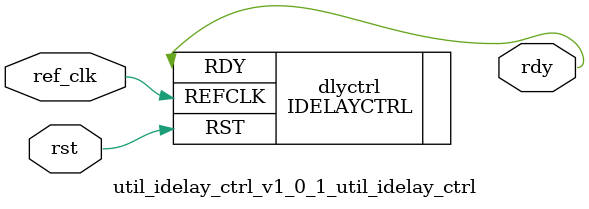
<source format=v>
`timescale 1 ps / 1 ps

module util_idelay_ctrl_v1_0_1_util_idelay_ctrl #(
  parameter SIM_DEVICE = "7SERIES"
)(
    output rdy,
    input  ref_clk,
    input  rst
);

IDELAYCTRL # (
    .SIM_DEVICE (SIM_DEVICE)
) dlyctrl
(
    .RDY       (rdy),
    .REFCLK    (ref_clk),
    .RST       (rst)
);
endmodule




</source>
